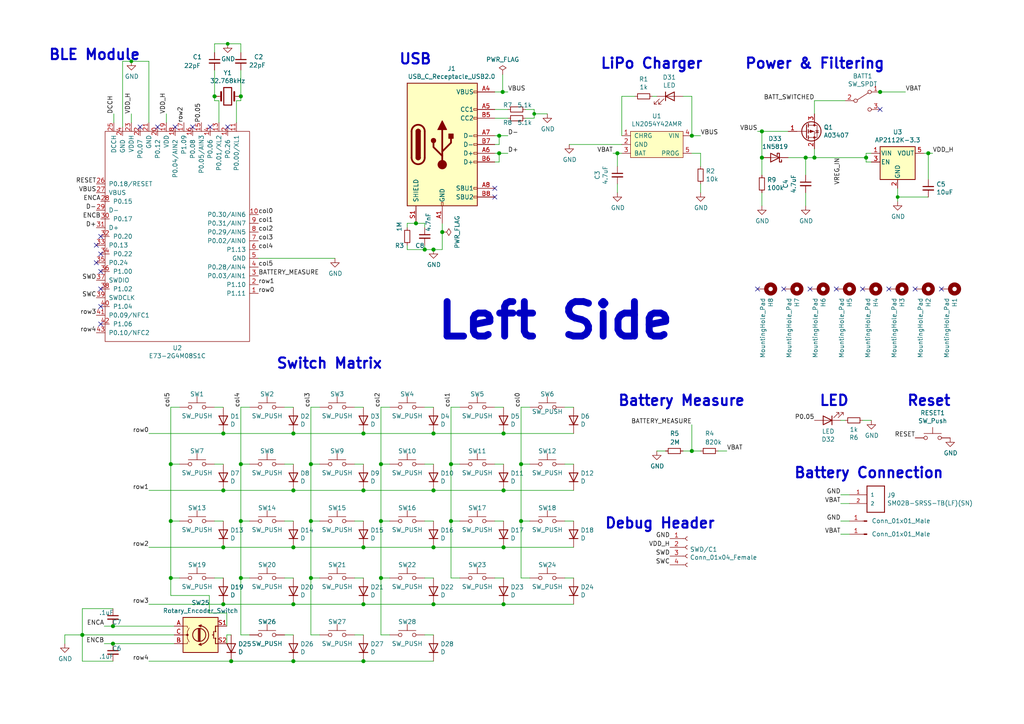
<source format=kicad_sch>
(kicad_sch (version 20201015) (generator eeschema)
  (paper "A4")
  (title_block (title "SP56") (date "2021-02-27") (rev "1") (company "CO Boards") (comment 1 "github.com/ericrlau"))
  (junction (at 23.876 184.15) (diameter 1.016))
  (junction (at 32.766 181.61) (diameter 1.016))
  (junction (at 32.766 186.69) (diameter 1.016))
  (junction (at 38.1 17.78) (diameter 0.9144))
  (junction (at 49.53 134.62) (diameter 1.016))
  (junction (at 49.53 151.13) (diameter 1.016))
  (junction (at 49.53 167.64) (diameter 1.016))
  (junction (at 62.23 27.94) (diameter 1.016))
  (junction (at 64.77 125.73) (diameter 1.016))
  (junction (at 64.77 142.24) (diameter 1.016))
  (junction (at 64.77 158.75) (diameter 1.016))
  (junction (at 64.77 175.26) (diameter 1.016))
  (junction (at 66.04 12.7) (diameter 0.9144))
  (junction (at 67.056 191.77) (diameter 1.016))
  (junction (at 69.85 27.94) (diameter 1.016))
  (junction (at 69.85 134.62) (diameter 1.016))
  (junction (at 69.85 151.13) (diameter 1.016))
  (junction (at 69.85 167.64) (diameter 1.016))
  (junction (at 85.09 125.73) (diameter 1.016))
  (junction (at 85.09 142.24) (diameter 1.016))
  (junction (at 85.09 158.75) (diameter 1.016))
  (junction (at 85.09 175.26) (diameter 1.016))
  (junction (at 85.09 191.77) (diameter 1.016))
  (junction (at 90.17 134.62) (diameter 1.016))
  (junction (at 90.17 151.13) (diameter 1.016))
  (junction (at 90.17 167.64) (diameter 1.016))
  (junction (at 105.41 125.73) (diameter 1.016))
  (junction (at 105.41 142.24) (diameter 1.016))
  (junction (at 105.41 158.75) (diameter 1.016))
  (junction (at 105.41 175.26) (diameter 1.016))
  (junction (at 105.41 191.77) (diameter 1.016))
  (junction (at 110.49 134.62) (diameter 1.016))
  (junction (at 110.49 151.13) (diameter 1.016))
  (junction (at 110.49 167.64) (diameter 1.016))
  (junction (at 120.65 64.77) (diameter 1.016))
  (junction (at 123.19 72.39) (diameter 1.016))
  (junction (at 125.73 72.39) (diameter 1.016))
  (junction (at 125.73 125.73) (diameter 1.016))
  (junction (at 125.73 142.24) (diameter 1.016))
  (junction (at 125.73 158.75) (diameter 1.016))
  (junction (at 125.73 175.26) (diameter 1.016))
  (junction (at 128.27 67.31) (diameter 1.016))
  (junction (at 130.81 134.62) (diameter 1.016))
  (junction (at 130.81 151.13) (diameter 1.016))
  (junction (at 144.78 39.37) (diameter 1.016))
  (junction (at 144.78 44.45) (diameter 1.016))
  (junction (at 145.796 26.67) (diameter 1.016))
  (junction (at 146.05 125.73) (diameter 1.016))
  (junction (at 146.05 142.24) (diameter 1.016))
  (junction (at 146.05 158.75) (diameter 1.016))
  (junction (at 146.05 175.26) (diameter 1.016))
  (junction (at 151.13 134.62) (diameter 1.016))
  (junction (at 151.13 151.13) (diameter 1.016))
  (junction (at 154.94 33.02) (diameter 0.9144))
  (junction (at 179.07 44.45) (diameter 1.016))
  (junction (at 200.66 39.37) (diameter 1.016))
  (junction (at 200.66 130.81) (diameter 1.016))
  (junction (at 220.98 38.1) (diameter 1.016))
  (junction (at 220.98 45.72) (diameter 1.016))
  (junction (at 233.68 45.72) (diameter 1.016))
  (junction (at 236.22 45.72) (diameter 1.016))
  (junction (at 251.206 45.72) (diameter 1.016))
  (junction (at 255.27 26.67) (diameter 1.016))
  (junction (at 260.35 57.15) (diameter 0.9144))
  (junction (at 269.24 44.45) (diameter 1.016))
  (no_connect (at 27.94 71.12))
  (no_connect (at 27.94 76.2))
  (no_connect (at 29.21 68.58))
  (no_connect (at 29.21 73.66))
  (no_connect (at 29.21 78.74))
  (no_connect (at 29.21 83.82))
  (no_connect (at 29.21 88.9))
  (no_connect (at 29.21 93.98))
  (no_connect (at 40.64 36.83))
  (no_connect (at 45.72 36.83))
  (no_connect (at 50.8 36.83))
  (no_connect (at 55.88 36.83))
  (no_connect (at 60.96 36.83))
  (no_connect (at 66.04 36.83))
  (no_connect (at 143.51 54.61))
  (no_connect (at 143.51 57.15))
  (no_connect (at 219.71 83.82))
  (no_connect (at 227.33 83.82))
  (no_connect (at 234.95 83.82))
  (no_connect (at 242.57 83.82))
  (no_connect (at 250.19 83.82))
  (no_connect (at 255.27 31.75))
  (no_connect (at 257.81 83.82))
  (no_connect (at 265.43 83.82))
  (no_connect (at 273.05 83.82))
  (wire (pts (xy 18.796 184.15) (xy 18.796 186.69)))
  (wire (pts (xy 18.796 184.15) (xy 23.876 184.15)))
  (wire (pts (xy 23.876 176.53) (xy 23.876 184.15)))
  (wire (pts (xy 23.876 184.15) (xy 50.546 184.15)))
  (wire (pts (xy 23.876 191.77) (xy 23.876 184.15)))
  (wire (pts (xy 30.226 181.61) (xy 32.766 181.61)))
  (wire (pts (xy 30.226 186.69) (xy 32.766 186.69)))
  (wire (pts (xy 32.766 176.53) (xy 23.876 176.53)))
  (wire (pts (xy 32.766 181.61) (xy 50.546 181.61)))
  (wire (pts (xy 32.766 186.69) (xy 50.546 186.69)))
  (wire (pts (xy 32.766 191.77) (xy 23.876 191.77)))
  (wire (pts (xy 33.02 35.56) (xy 33.02 33.02)))
  (wire (pts (xy 35.56 17.78) (xy 38.1 17.78)))
  (wire (pts (xy 35.56 36.83) (xy 35.56 17.78)))
  (wire (pts (xy 38.1 17.78) (xy 43.18 17.78)))
  (wire (pts (xy 38.1 35.56) (xy 38.1 33.02)))
  (wire (pts (xy 43.18 35.56) (xy 43.18 17.78)))
  (wire (pts (xy 43.18 191.77) (xy 67.056 191.77)))
  (wire (pts (xy 48.26 35.56) (xy 48.26 33.02)))
  (wire (pts (xy 49.53 118.11) (xy 49.53 134.62)))
  (wire (pts (xy 49.53 118.11) (xy 52.07 118.11)))
  (wire (pts (xy 49.53 134.62) (xy 49.53 151.13)))
  (wire (pts (xy 49.53 134.62) (xy 52.07 134.62)))
  (wire (pts (xy 49.53 151.13) (xy 49.53 167.64)))
  (wire (pts (xy 49.53 151.13) (xy 52.07 151.13)))
  (wire (pts (xy 49.53 167.64) (xy 49.53 172.72)))
  (wire (pts (xy 49.53 167.64) (xy 52.07 167.64)))
  (wire (pts (xy 49.53 172.72) (xy 60.706 172.72)))
  (wire (pts (xy 60.706 172.72) (xy 60.706 177.8)))
  (wire (pts (xy 60.706 177.8) (xy 65.786 177.8)))
  (wire (pts (xy 62.23 12.7) (xy 66.04 12.7)))
  (wire (pts (xy 62.23 15.24) (xy 62.23 12.7)))
  (wire (pts (xy 62.23 20.32) (xy 62.23 27.94)))
  (wire (pts (xy 62.23 29.21) (xy 62.23 27.94)))
  (wire (pts (xy 62.23 118.11) (xy 64.77 118.11)))
  (wire (pts (xy 62.23 134.62) (xy 64.77 134.62)))
  (wire (pts (xy 62.23 151.13) (xy 64.77 151.13)))
  (wire (pts (xy 62.23 167.64) (xy 64.77 167.64)))
  (wire (pts (xy 63.5 29.21) (xy 62.23 29.21)))
  (wire (pts (xy 63.5 35.56) (xy 63.5 29.21)))
  (wire (pts (xy 64.77 125.73) (xy 43.18 125.73)))
  (wire (pts (xy 64.77 142.24) (xy 43.18 142.24)))
  (wire (pts (xy 64.77 158.75) (xy 43.18 158.75)))
  (wire (pts (xy 64.77 175.26) (xy 43.18 175.26)))
  (wire (pts (xy 65.786 181.61) (xy 65.786 177.8)))
  (wire (pts (xy 65.786 184.15) (xy 67.056 184.15)))
  (wire (pts (xy 65.786 186.69) (xy 65.786 184.15)))
  (wire (pts (xy 66.04 12.7) (xy 69.85 12.7)))
  (wire (pts (xy 67.056 191.77) (xy 85.09 191.77)))
  (wire (pts (xy 68.58 29.21) (xy 69.85 29.21)))
  (wire (pts (xy 68.58 35.56) (xy 68.58 29.21)))
  (wire (pts (xy 69.85 12.7) (xy 69.85 15.24)))
  (wire (pts (xy 69.85 20.32) (xy 69.85 27.94)))
  (wire (pts (xy 69.85 29.21) (xy 69.85 27.94)))
  (wire (pts (xy 69.85 118.11) (xy 69.85 134.62)))
  (wire (pts (xy 69.85 118.11) (xy 72.39 118.11)))
  (wire (pts (xy 69.85 134.62) (xy 69.85 151.13)))
  (wire (pts (xy 69.85 134.62) (xy 72.39 134.62)))
  (wire (pts (xy 69.85 151.13) (xy 69.85 167.64)))
  (wire (pts (xy 69.85 151.13) (xy 72.39 151.13)))
  (wire (pts (xy 69.85 167.64) (xy 69.85 184.15)))
  (wire (pts (xy 69.85 167.64) (xy 72.39 167.64)))
  (wire (pts (xy 69.85 184.15) (xy 72.39 184.15)))
  (wire (pts (xy 74.93 74.93) (xy 97.155 74.93)))
  (wire (pts (xy 82.55 118.11) (xy 85.09 118.11)))
  (wire (pts (xy 82.55 134.62) (xy 85.09 134.62)))
  (wire (pts (xy 82.55 151.13) (xy 85.09 151.13)))
  (wire (pts (xy 82.55 167.64) (xy 85.09 167.64)))
  (wire (pts (xy 82.55 184.15) (xy 85.09 184.15)))
  (wire (pts (xy 85.09 125.73) (xy 64.77 125.73)))
  (wire (pts (xy 85.09 125.73) (xy 105.41 125.73)))
  (wire (pts (xy 85.09 142.24) (xy 64.77 142.24)))
  (wire (pts (xy 85.09 142.24) (xy 105.41 142.24)))
  (wire (pts (xy 85.09 158.75) (xy 64.77 158.75)))
  (wire (pts (xy 85.09 158.75) (xy 105.41 158.75)))
  (wire (pts (xy 85.09 175.26) (xy 64.77 175.26)))
  (wire (pts (xy 85.09 175.26) (xy 105.41 175.26)))
  (wire (pts (xy 85.09 191.77) (xy 105.41 191.77)))
  (wire (pts (xy 90.17 118.11) (xy 90.17 134.62)))
  (wire (pts (xy 90.17 118.11) (xy 92.71 118.11)))
  (wire (pts (xy 90.17 134.62) (xy 90.17 151.13)))
  (wire (pts (xy 90.17 134.62) (xy 92.71 134.62)))
  (wire (pts (xy 90.17 151.13) (xy 90.17 167.64)))
  (wire (pts (xy 90.17 151.13) (xy 92.71 151.13)))
  (wire (pts (xy 90.17 167.64) (xy 90.17 184.15)))
  (wire (pts (xy 90.17 167.64) (xy 92.71 167.64)))
  (wire (pts (xy 90.17 184.15) (xy 92.71 184.15)))
  (wire (pts (xy 102.87 118.11) (xy 105.41 118.11)))
  (wire (pts (xy 102.87 134.62) (xy 105.41 134.62)))
  (wire (pts (xy 102.87 151.13) (xy 105.41 151.13)))
  (wire (pts (xy 102.87 167.64) (xy 105.41 167.64)))
  (wire (pts (xy 102.87 184.15) (xy 105.41 184.15)))
  (wire (pts (xy 105.41 125.73) (xy 125.73 125.73)))
  (wire (pts (xy 105.41 142.24) (xy 125.73 142.24)))
  (wire (pts (xy 105.41 158.75) (xy 125.73 158.75)))
  (wire (pts (xy 105.41 175.26) (xy 125.73 175.26)))
  (wire (pts (xy 105.41 191.77) (xy 125.73 191.77)))
  (wire (pts (xy 110.49 118.11) (xy 110.49 134.62)))
  (wire (pts (xy 110.49 118.11) (xy 113.03 118.11)))
  (wire (pts (xy 110.49 134.62) (xy 110.49 151.13)))
  (wire (pts (xy 110.49 134.62) (xy 113.03 134.62)))
  (wire (pts (xy 110.49 151.13) (xy 110.49 167.64)))
  (wire (pts (xy 110.49 151.13) (xy 113.03 151.13)))
  (wire (pts (xy 110.49 167.64) (xy 110.49 184.15)))
  (wire (pts (xy 110.49 167.64) (xy 113.03 167.64)))
  (wire (pts (xy 110.49 184.15) (xy 113.03 184.15)))
  (wire (pts (xy 118.11 64.77) (xy 120.65 64.77)))
  (wire (pts (xy 118.11 66.04) (xy 118.11 64.77)))
  (wire (pts (xy 118.11 71.12) (xy 118.11 72.39)))
  (wire (pts (xy 118.11 72.39) (xy 123.19 72.39)))
  (wire (pts (xy 123.19 64.77) (xy 120.65 64.77)))
  (wire (pts (xy 123.19 66.04) (xy 123.19 64.77)))
  (wire (pts (xy 123.19 71.12) (xy 123.19 72.39)))
  (wire (pts (xy 123.19 72.39) (xy 125.73 72.39)))
  (wire (pts (xy 123.19 118.11) (xy 125.73 118.11)))
  (wire (pts (xy 123.19 134.62) (xy 125.73 134.62)))
  (wire (pts (xy 123.19 151.13) (xy 125.73 151.13)))
  (wire (pts (xy 123.19 167.64) (xy 125.73 167.64)))
  (wire (pts (xy 123.19 184.15) (xy 125.73 184.15)))
  (wire (pts (xy 125.73 72.39) (xy 128.27 72.39)))
  (wire (pts (xy 125.73 142.24) (xy 146.05 142.24)))
  (wire (pts (xy 125.73 158.75) (xy 146.05 158.75)))
  (wire (pts (xy 125.73 175.26) (xy 146.05 175.26)))
  (wire (pts (xy 128.27 67.31) (xy 128.27 64.77)))
  (wire (pts (xy 128.27 67.31) (xy 128.27 72.39)))
  (wire (pts (xy 130.81 118.11) (xy 130.81 134.62)))
  (wire (pts (xy 130.81 118.11) (xy 133.35 118.11)))
  (wire (pts (xy 130.81 134.62) (xy 130.81 151.13)))
  (wire (pts (xy 130.81 134.62) (xy 133.35 134.62)))
  (wire (pts (xy 130.81 151.13) (xy 130.81 167.64)))
  (wire (pts (xy 130.81 151.13) (xy 133.35 151.13)))
  (wire (pts (xy 130.81 167.64) (xy 133.35 167.64)))
  (wire (pts (xy 143.51 39.37) (xy 144.78 39.37)))
  (wire (pts (xy 143.51 41.91) (xy 144.78 41.91)))
  (wire (pts (xy 143.51 44.45) (xy 144.78 44.45)))
  (wire (pts (xy 143.51 46.99) (xy 144.78 46.99)))
  (wire (pts (xy 143.51 118.11) (xy 146.05 118.11)))
  (wire (pts (xy 143.51 134.62) (xy 146.05 134.62)))
  (wire (pts (xy 143.51 151.13) (xy 146.05 151.13)))
  (wire (pts (xy 143.51 167.64) (xy 146.05 167.64)))
  (wire (pts (xy 144.78 39.37) (xy 147.32 39.37)))
  (wire (pts (xy 144.78 41.91) (xy 144.78 39.37)))
  (wire (pts (xy 144.78 44.45) (xy 147.32 44.45)))
  (wire (pts (xy 144.78 46.99) (xy 144.78 44.45)))
  (wire (pts (xy 145.796 21.59) (xy 145.796 26.67)))
  (wire (pts (xy 145.796 26.67) (xy 143.51 26.67)))
  (wire (pts (xy 146.05 125.73) (xy 125.73 125.73)))
  (wire (pts (xy 146.05 125.73) (xy 166.37 125.73)))
  (wire (pts (xy 146.05 142.24) (xy 166.37 142.24)))
  (wire (pts (xy 146.05 158.75) (xy 166.37 158.75)))
  (wire (pts (xy 146.05 175.26) (xy 166.37 175.26)))
  (wire (pts (xy 147.32 26.67) (xy 145.796 26.67)))
  (wire (pts (xy 147.32 31.75) (xy 143.51 31.75)))
  (wire (pts (xy 147.32 34.29) (xy 143.51 34.29)))
  (wire (pts (xy 151.13 118.11) (xy 151.13 134.62)))
  (wire (pts (xy 151.13 118.11) (xy 153.67 118.11)))
  (wire (pts (xy 151.13 134.62) (xy 151.13 151.13)))
  (wire (pts (xy 151.13 134.62) (xy 153.67 134.62)))
  (wire (pts (xy 151.13 151.13) (xy 151.13 167.64)))
  (wire (pts (xy 151.13 151.13) (xy 153.67 151.13)))
  (wire (pts (xy 151.13 167.64) (xy 153.67 167.64)))
  (wire (pts (xy 152.4 31.75) (xy 154.94 31.75)))
  (wire (pts (xy 152.4 34.29) (xy 154.94 34.29)))
  (wire (pts (xy 154.94 31.75) (xy 154.94 33.02)))
  (wire (pts (xy 154.94 33.02) (xy 158.75 33.02)))
  (wire (pts (xy 154.94 34.29) (xy 154.94 33.02)))
  (wire (pts (xy 163.83 118.11) (xy 166.37 118.11)))
  (wire (pts (xy 163.83 134.62) (xy 166.37 134.62)))
  (wire (pts (xy 163.83 151.13) (xy 166.37 151.13)))
  (wire (pts (xy 163.83 167.64) (xy 166.37 167.64)))
  (wire (pts (xy 165.1 41.91) (xy 180.34 41.91)))
  (wire (pts (xy 179.07 44.45) (xy 177.8 44.45)))
  (wire (pts (xy 179.07 44.45) (xy 179.07 48.26)))
  (wire (pts (xy 179.07 53.34) (xy 179.07 55.88)))
  (wire (pts (xy 180.34 27.94) (xy 180.34 39.37)))
  (wire (pts (xy 180.34 44.45) (xy 179.07 44.45)))
  (wire (pts (xy 184.15 27.94) (xy 180.34 27.94)))
  (wire (pts (xy 190.5 27.94) (xy 189.23 27.94)))
  (wire (pts (xy 193.04 130.81) (xy 190.5 130.81)))
  (wire (pts (xy 200.66 27.94) (xy 198.12 27.94)))
  (wire (pts (xy 200.66 39.37) (xy 200.66 27.94)))
  (wire (pts (xy 200.66 44.45) (xy 203.2 44.45)))
  (wire (pts (xy 200.66 123.19) (xy 200.66 130.81)))
  (wire (pts (xy 200.66 130.81) (xy 198.12 130.81)))
  (wire (pts (xy 203.2 39.37) (xy 200.66 39.37)))
  (wire (pts (xy 203.2 44.45) (xy 203.2 48.26)))
  (wire (pts (xy 203.2 53.34) (xy 203.2 55.88)))
  (wire (pts (xy 203.2 130.81) (xy 200.66 130.81)))
  (wire (pts (xy 210.82 130.81) (xy 208.28 130.81)))
  (wire (pts (xy 219.71 38.1) (xy 220.98 38.1)))
  (wire (pts (xy 220.98 38.1) (xy 220.98 45.72)))
  (wire (pts (xy 220.98 38.1) (xy 228.6 38.1)))
  (wire (pts (xy 220.98 50.8) (xy 220.98 45.72)))
  (wire (pts (xy 220.98 55.88) (xy 220.98 59.69)))
  (wire (pts (xy 228.6 45.72) (xy 233.68 45.72)))
  (wire (pts (xy 233.68 45.72) (xy 236.22 45.72)))
  (wire (pts (xy 233.68 50.8) (xy 233.68 45.72)))
  (wire (pts (xy 233.68 55.88) (xy 233.68 59.69)))
  (wire (pts (xy 236.22 29.21) (xy 236.22 33.02)))
  (wire (pts (xy 236.22 43.18) (xy 236.22 45.72)))
  (wire (pts (xy 236.22 45.72) (xy 251.206 45.72)))
  (wire (pts (xy 243.84 121.92) (xy 245.11 121.92)))
  (wire (pts (xy 243.84 143.51) (xy 246.38 143.51)))
  (wire (pts (xy 243.84 146.05) (xy 246.38 146.05)))
  (wire (pts (xy 243.84 151.13) (xy 246.38 151.13)))
  (wire (pts (xy 243.84 154.94) (xy 246.38 154.94)))
  (wire (pts (xy 245.11 29.21) (xy 236.22 29.21)))
  (wire (pts (xy 250.19 121.92) (xy 252.73 121.92)))
  (wire (pts (xy 251.206 44.45) (xy 252.73 44.45)))
  (wire (pts (xy 251.206 45.72) (xy 251.206 44.45)))
  (wire (pts (xy 251.206 45.72) (xy 251.206 46.99)))
  (wire (pts (xy 251.206 46.99) (xy 252.73 46.99)))
  (wire (pts (xy 255.016 26.67) (xy 255.27 26.67)))
  (wire (pts (xy 255.27 26.67) (xy 262.636 26.67)))
  (wire (pts (xy 260.35 54.61) (xy 260.35 57.15)))
  (wire (pts (xy 260.35 57.15) (xy 260.35 58.42)))
  (wire (pts (xy 267.97 44.45) (xy 269.24 44.45)))
  (wire (pts (xy 269.24 44.45) (xy 270.51 44.45)))
  (wire (pts (xy 269.24 52.07) (xy 269.24 44.45)))
  (wire (pts (xy 269.24 57.15) (xy 260.35 57.15)))
  (text "BLE Module" (at 13.97 17.78 0) (effects (font (size 2.9972 2.9972) (thickness 0.5994) bold) (justify left bottom)))
  (text "Switch Matrix" (at 80.01 107.315 0) (effects (font (size 2.9972 2.9972) (thickness 0.5994) bold) (justify left bottom)))
  (text "USB" (at 115.57 19.05 0) (effects (font (size 2.9972 2.9972) (thickness 0.5994) bold) (justify left bottom)))
  (text "Left Side" (at 125.984 99.06 0) (effects (font (size 10.008 10.008) (thickness 2.0016) bold) (justify left bottom)))
  (text "LiPo Charger" (at 173.99 20.32 0) (effects (font (size 2.9972 2.9972) (thickness 0.5994) bold) (justify left bottom)))
  (text "Debug Header" (at 175.26 153.67 0) (effects (font (size 2.9972 2.9972) (thickness 0.5994) bold) (justify left bottom)))
  (text "Battery Measure" (at 179.07 118.11 0) (effects (font (size 2.9972 2.9972) (thickness 0.5994) bold) (justify left bottom)))
  (text "Power & Filtering" (at 215.9 20.32 0) (effects (font (size 2.9972 2.9972) (thickness 0.5994) bold) (justify left bottom)))
  (text "Battery Connection" (at 230.124 139.065 0) (effects (font (size 2.9972 2.9972) (thickness 0.5994) bold) (justify left bottom)))
  (text "LED" (at 237.49 118.11 0) (effects (font (size 2.997 2.997) (thickness 0.5994) bold) (justify left bottom)))
  (text "Reset" (at 262.89 118.11 0) (effects (font (size 2.9972 2.9972) (thickness 0.5994) bold) (justify left bottom)))
  (label "RESET" (at 27.94 53.34 180))
  (label "VBUS" (at 27.94 55.88 180))
  (label "D-" (at 27.94 60.96 180))
  (label "D+" (at 27.94 66.04 180))
  (label "SWD" (at 27.94 81.28 180))
  (label "SWC" (at 27.94 86.36 180))
  (label "row3" (at 27.94 91.44 180))
  (label "row4" (at 27.94 96.52 180))
  (label "ENCA" (at 29.21 58.42 180))
  (label "ENCB" (at 29.21 63.5 180))
  (label "ENCA" (at 30.226 181.61 180))
  (label "ENCB" (at 30.226 186.69 180))
  (label "DCCH" (at 33.02 33.02 90))
  (label "VDD_H" (at 38.1 33.02 90))
  (label "row0" (at 43.18 125.73 180))
  (label "row1" (at 43.18 142.24 180))
  (label "row2" (at 43.18 158.75 180))
  (label "row3" (at 43.18 175.26 180))
  (label "row4" (at 43.18 191.77 180))
  (label "VDD_H" (at 48.26 33.02 90))
  (label "col5" (at 49.53 118.11 90))
  (label "row2" (at 53.34 35.56 90))
  (label "P0.05" (at 58.42 35.56 90))
  (label "col4" (at 69.85 118.11 90))
  (label "col0" (at 74.93 62.23 0))
  (label "col1" (at 74.93 64.77 0))
  (label "col2" (at 74.93 67.31 0))
  (label "col3" (at 74.93 69.85 0))
  (label "col4" (at 74.93 72.39 0))
  (label "col5" (at 74.93 77.47 0))
  (label "BATTERY_MEASURE" (at 74.93 80.01 0))
  (label "row1" (at 74.93 82.55 0))
  (label "row0" (at 74.93 85.09 0))
  (label "col3" (at 90.17 118.11 90))
  (label "col2" (at 110.49 118.11 90))
  (label "col1" (at 130.81 118.11 90))
  (label "VBUS" (at 147.32 26.67 0))
  (label "D-" (at 147.32 39.37 0))
  (label "D+" (at 147.32 44.45 0))
  (label "col0" (at 151.13 118.11 90))
  (label "VBAT" (at 177.8 44.45 180))
  (label "GND" (at 194.31 156.21 180))
  (label "VDD_H" (at 194.31 158.75 180))
  (label "SWD" (at 194.31 161.29 180))
  (label "SWC" (at 194.31 163.83 180))
  (label "BATTERY_MEASURE" (at 200.66 123.19 180))
  (label "VBUS" (at 203.2 39.37 0))
  (label "VBAT" (at 210.82 130.81 0))
  (label "VBUS" (at 219.71 38.1 180))
  (label "BATT_SWITCHED" (at 236.22 29.21 180))
  (label "P0.05" (at 236.22 121.92 180))
  (label "VREG_IN" (at 243.84 45.72 270))
  (label "GND" (at 243.84 143.51 180))
  (label "VBAT" (at 243.84 146.05 180))
  (label "GND" (at 243.84 151.13 180))
  (label "VBAT" (at 243.84 154.94 180))
  (label "VBAT" (at 262.636 26.67 0))
  (label "RESET" (at 265.43 127 180))
  (label "VDD_H" (at 270.51 44.45 0))
  (symbol (lib_id "power:PWR_FLAG") (at 128.27 67.31 270) (unit 1)
    (property "Reference" "#FLG0101" (effects hide))
    (property "Value" "PWR_FLAG" (at 132.5944 67.31 0))
  )
  (symbol (lib_id "power:PWR_FLAG") (at 145.796 21.59 0) (unit 1)
    (property "Reference" "#FLG0102" (effects hide))
    (property "Value" "PWR_FLAG" (at 145.796 17.2656 0))
  )
  (symbol (lib_id "power:GND") (at 18.796 186.69 0) (unit 1)
    (property "Reference" "#PWR01" (effects hide))
    (property "Value" "GND" (at 18.923 191.0842 0))
  )
  (symbol (lib_id "power:GND") (at 38.1 17.78 0) (unit 1)
    (property "Reference" "#PWR02" (effects hide))
    (property "Value" "GND" (at 38.227 22.1742 0))
  )
  (symbol (lib_id "power:GND") (at 66.04 12.7 0) (unit 1)
    (property "Reference" "#PWR04" (effects hide))
    (property "Value" "GND" (at 66.167 17.0942 0))
  )
  (symbol (lib_id "power:GND") (at 97.155 74.93 0) (unit 1)
    (property "Reference" "#PWR06" (effects hide))
    (property "Value" "GND" (at 97.282 79.3242 0))
  )
  (symbol (lib_id "power:GND") (at 125.73 72.39 0) (unit 1)
    (property "Reference" "#PWR05" (effects hide))
    (property "Value" "GND" (at 125.857 76.7842 0))
  )
  (symbol (lib_id "power:GND") (at 158.75 33.02 0) (unit 1)
    (property "Reference" "#PWR011" (effects hide))
    (property "Value" "GND" (at 158.877 37.4142 0))
  )
  (symbol (lib_id "power:GND") (at 165.1 41.91 0) (unit 1)
    (property "Reference" "#PWR09" (effects hide))
    (property "Value" "GND" (at 165.227 46.3042 0))
  )
  (symbol (lib_id "power:GND") (at 179.07 55.88 0) (unit 1)
    (property "Reference" "#PWR012" (effects hide))
    (property "Value" "GND" (at 179.197 60.2742 0))
  )
  (symbol (lib_id "power:GND") (at 190.5 130.81 0) (unit 1)
    (property "Reference" "#PWR03" (effects hide))
    (property "Value" "GND" (at 190.627 135.2042 0))
  )
  (symbol (lib_id "power:GND") (at 203.2 55.88 0) (unit 1)
    (property "Reference" "#PWR014" (effects hide))
    (property "Value" "GND" (at 203.327 60.2742 0))
  )
  (symbol (lib_id "power:GND") (at 220.98 59.69 0) (unit 1)
    (property "Reference" "#PWR010" (effects hide))
    (property "Value" "GND" (at 221.107 64.0842 0))
  )
  (symbol (lib_id "power:GND") (at 233.68 59.69 0) (unit 1)
    (property "Reference" "#PWR013" (effects hide))
    (property "Value" "GND" (at 233.807 64.0842 0))
  )
  (symbol (lib_id "power:GND") (at 252.73 121.92 0) (unit 1)
    (property "Reference" "#PWR08" (effects hide))
    (property "Value" "GND" (at 252.857 126.3142 0))
  )
  (symbol (lib_id "power:GND") (at 260.35 58.42 0) (unit 1)
    (property "Reference" "#PWR015" (effects hide))
    (property "Value" "GND" (at 260.477 62.8142 0))
  )
  (symbol (lib_id "power:GND") (at 275.59 127 0) (unit 1)
    (property "Reference" "#PWR07" (effects hide))
    (property "Value" "GND" (at 275.717 131.3942 0))
  )
  (symbol (lib_id "Device:R_Small") (at 118.11 68.58 0) (unit 1)
    (property "Reference" "R3" (at 114.5287 71.2406 0) (effects (justify left)))
    (property "Value" "1M" (at 115.799 67.189 90) (effects (justify left)))
    (property "Footprint" "Resistor_SMD:R_0603_1608Metric" (effects hide))
  )
  (symbol (lib_id "Device:R_Small") (at 149.86 31.75 90) (unit 1)
    (property "Reference" "R7" (at 148.59 30.48 90) (effects (justify left)))
    (property "Value" "5.1k" (at 154.305 30.48 90) (effects (justify left)))
    (property "Footprint" "Resistor_SMD:R_0603_1608Metric" (effects hide))
    (property "LCSC_PN" "C105580" (effects hide))
  )
  (symbol (lib_id "Device:R_Small") (at 149.86 34.29 90) (unit 1)
    (property "Reference" "R8" (at 148.59 35.56 90) (effects (justify left)))
    (property "Value" "5.1k" (at 154.305 35.56 90) (effects (justify left)))
    (property "Footprint" "Resistor_SMD:R_0603_1608Metric" (effects hide))
    (property "LCSC_PN" "C105580" (effects hide))
  )
  (symbol (lib_id "Device:R_Small") (at 186.69 27.94 270) (unit 1)
    (property "Reference" "R1" (at 186.69 22.962 90))
    (property "Value" "1k" (at 186.69 25.273 90))
    (property "Footprint" "Resistor_SMD:R_0603_1608Metric" (effects hide))
    (property "LCSC_PN" "C22548" (effects hide))
  )
  (symbol (lib_id "Device:R_Small") (at 195.58 130.81 270) (unit 1)
    (property "Reference" "R5" (at 194.31 125.73 90) (effects (justify left)))
    (property "Value" "2M" (at 194.31 128.27 90) (effects (justify left)))
    (property "Footprint" "Resistor_SMD:R_0603_1608Metric" (effects hide))
    (property "LCSC_PN" "C177282" (effects hide))
  )
  (symbol (lib_id "Device:R_Small") (at 203.2 50.8 0) (unit 1)
    (property "Reference" "R2" (at 204.6986 49.6316 0) (effects (justify left)))
    (property "Value" "10k" (at 204.6986 51.943 0) (effects (justify left)))
    (property "Footprint" "Resistor_SMD:R_0603_1608Metric" (effects hide))
    (property "LCSC_PN" "C98220" (effects hide))
  )
  (symbol (lib_id "Device:R_Small") (at 205.74 130.81 270) (unit 1)
    (property "Reference" "R4" (at 204.47 125.73 90) (effects (justify left)))
    (property "Value" "820k" (at 204.47 128.27 90) (effects (justify left)))
    (property "Footprint" "Resistor_SMD:R_0603_1608Metric" (effects hide))
    (property "LCSC_PN" "C23252" (effects hide))
  )
  (symbol (lib_id "Device:R_Small") (at 220.98 53.34 0) (unit 1)
    (property "Reference" "R9" (at 222.4786 52.1716 0) (effects (justify left)))
    (property "Value" "100k" (at 222.4786 54.483 0) (effects (justify left)))
    (property "Footprint" "Resistor_SMD:R_0603_1608Metric" (effects hide))
    (property "LCSC_PN" "C14675" (effects hide))
  )
  (symbol (lib_id "Device:R_Small") (at 247.65 121.92 90) (unit 1)
    (property "Reference" "R6" (at 247.65 126.8984 90))
    (property "Value" "1k" (at 247.65 124.587 90))
    (property "Footprint" "Resistor_SMD:R_0603_1608Metric" (effects hide))
    (property "LCSC_PN" "C22548" (effects hide))
  )
  (symbol (lib_id "Connector:Conn_01x01_Male") (at 251.46 151.13 180) (unit 1)
    (property "Reference" "J2" (effects hide))
    (property "Value" "Conn_01x01_Male" (at 252.8063 151.0855 0) (effects (justify right)))
    (property "Footprint" "Connector_PinSocket_1.27mm:PinSocket_1x01_P1.27mm_Vertical" (effects hide))
  )
  (symbol (lib_id "Connector:Conn_01x01_Male") (at 251.46 154.94 180) (unit 1)
    (property "Reference" "J3" (effects hide))
    (property "Value" "Conn_01x01_Male" (at 252.8063 154.8955 0) (effects (justify right)))
    (property "Footprint" "Connector_PinSocket_1.27mm:PinSocket_1x01_P1.27mm_Vertical" (effects hide))
  )
  (symbol (lib_id "Device:C_Small") (at 32.766 179.07 0) (unit 1)
    (property "Reference" "C7" (at 32.5502 180.4606 0) (effects (justify left)))
    (property "Value" ".1uF" (at 28.7402 177.6793 0) (effects (justify left)))
    (property "Footprint" "Capacitor_SMD:C_0603_1608Metric" (effects hide))
  )
  (symbol (lib_id "Device:C_Small") (at 32.766 189.23 0) (unit 1)
    (property "Reference" "C6" (at 32.5502 188.0806 0) (effects (justify left)))
    (property "Value" ".1uF" (at 28.7402 190.3793 0) (effects (justify left)))
    (property "Footprint" "Capacitor_SMD:C_0603_1608Metric" (effects hide))
  )
  (symbol (lib_id "Device:C_Small") (at 62.23 17.78 0) (unit 1)
    (property "Reference" "C1" (at 55.88 16.51 0) (effects (justify left)))
    (property "Value" "22pF" (at 53.34 19.05 0) (effects (justify left)))
    (property "Footprint" "Capacitor_SMD:C_0603_1608Metric" (effects hide))
    (property "LCSC_PN" "C1653" (effects hide))
  )
  (symbol (lib_id "Device:C_Small") (at 69.85 17.78 0) (unit 1)
    (property "Reference" "C2" (at 73.66 16.51 0) (effects (justify left)))
    (property "Value" "22pF" (at 72.1868 18.923 0) (effects (justify left)))
    (property "Footprint" "Capacitor_SMD:C_0603_1608Metric" (effects hide))
    (property "LCSC_PN" "C1653" (effects hide))
  )
  (symbol (lib_id "Device:C_Small") (at 123.19 68.58 0) (unit 1)
    (property "Reference" "C8" (at 120.4342 71.2406 0) (effects (justify left)))
    (property "Value" "4.7nF" (at 124.244 67.189 90) (effects (justify left)))
    (property "Footprint" "Capacitor_SMD:C_0603_1608Metric" (effects hide))
  )
  (symbol (lib_id "Device:C_Small") (at 179.07 50.8 0) (unit 1)
    (property "Reference" "C3" (at 173.2534 50.8 90))
    (property "Value" "4.7uF" (at 175.5648 50.8 90))
    (property "Footprint" "Capacitor_SMD:C_0603_1608Metric" (effects hide))
    (property "LCSC_PN" "C19666" (effects hide))
  )
  (symbol (lib_id "Device:C_Small") (at 233.68 53.34 0) (unit 1)
    (property "Reference" "C4" (at 227.8634 53.34 90))
    (property "Value" "4.7uF" (at 230.1748 53.34 90))
    (property "Footprint" "Capacitor_SMD:C_0603_1608Metric" (effects hide))
    (property "LCSC_PN" "C19666" (effects hide))
  )
  (symbol (lib_id "Device:C_Small") (at 269.24 54.61 0) (unit 1)
    (property "Reference" "C5" (at 271.5768 53.4416 0) (effects (justify left)))
    (property "Value" "10uF" (at 271.5768 55.753 0) (effects (justify left)))
    (property "Footprint" "Capacitor_SMD:C_0603_1608Metric" (effects hide))
    (property "LCSC_PN" "C87152" (effects hide))
  )
  (symbol (lib_id "Mechanical:MountingHole_Pad") (at 222.25 83.82 270) (unit 1)
    (property "Reference" "H8" (at 223.526 86.36 0) (effects (justify left)))
    (property "Value" "MountingHole_Pad" (at 221.2277 86.3601 0) (effects (justify left)))
    (property "Footprint" "MountingHole:MountingHole_4.3mm_M4" (effects hide))
  )
  (symbol (lib_id "Mechanical:MountingHole_Pad") (at 229.87 83.82 270) (unit 1)
    (property "Reference" "H7" (at 231.146 86.36 0) (effects (justify left)))
    (property "Value" "MountingHole_Pad" (at 228.8477 86.3601 0) (effects (justify left)))
    (property "Footprint" "MountingHole:MountingHole_4.3mm_M4" (effects hide))
  )
  (symbol (lib_id "Mechanical:MountingHole_Pad") (at 237.49 83.82 270) (unit 1)
    (property "Reference" "H6" (at 238.766 86.36 0) (effects (justify left)))
    (property "Value" "MountingHole_Pad" (at 236.4677 86.3601 0) (effects (justify left)))
    (property "Footprint" "MountingHole:MountingHole_4.3mm_M4" (effects hide))
  )
  (symbol (lib_id "Mechanical:MountingHole_Pad") (at 245.11 83.82 270) (unit 1)
    (property "Reference" "H5" (at 246.386 86.36 0) (effects (justify left)))
    (property "Value" "MountingHole_Pad" (at 244.0877 86.3601 0) (effects (justify left)))
    (property "Footprint" "MountingHole:MountingHole_4.3mm_M4" (effects hide))
  )
  (symbol (lib_id "Mechanical:MountingHole_Pad") (at 252.73 83.82 270) (unit 1)
    (property "Reference" "H4" (at 254.006 86.36 0) (effects (justify left)))
    (property "Value" "MountingHole_Pad" (at 251.7077 86.3601 0) (effects (justify left)))
    (property "Footprint" "MountingHole:MountingHole_4.3mm_M4" (effects hide))
  )
  (symbol (lib_id "Mechanical:MountingHole_Pad") (at 260.35 83.82 270) (unit 1)
    (property "Reference" "H3" (at 261.626 86.36 0) (effects (justify left)))
    (property "Value" "MountingHole_Pad" (at 259.3277 86.3601 0) (effects (justify left)))
    (property "Footprint" "MountingHole:MountingHole_4.3mm_M4" (effects hide))
  )
  (symbol (lib_id "Mechanical:MountingHole_Pad") (at 267.97 83.82 270) (unit 1)
    (property "Reference" "H2" (at 269.2464 86.3601 0) (effects (justify left)))
    (property "Value" "MountingHole_Pad" (at 266.9477 86.3601 0) (effects (justify left)))
    (property "Footprint" "MountingHole:MountingHole_4.3mm_M4" (effects hide))
  )
  (symbol (lib_id "Mechanical:MountingHole_Pad") (at 275.59 83.82 270) (unit 1)
    (property "Reference" "H1" (at 276.8664 86.3601 0) (effects (justify left)))
    (property "Value" "MountingHole_Pad" (at 274.5677 86.3601 0) (effects (justify left)))
    (property "Footprint" "MountingHole:MountingHole_4.3mm_M4" (effects hide))
  )
  (symbol (lib_id "Diode:1N4148") (at 64.77 121.92 90) (unit 1)
    (property "Reference" "D1" (at 66.7766 120.7516 90) (effects (justify right)))
    (property "Value" "D" (at 66.7766 123.063 90) (effects (justify right)))
    (property "Footprint" "Diode_SMD:D_SOD-123" (effects hide))
    (property "LCSC_PN" "C402213" (effects hide))
  )
  (symbol (lib_id "Diode:1N4148") (at 64.77 138.43 90) (unit 1)
    (property "Reference" "D7" (at 66.777 137.262 90) (effects (justify right)))
    (property "Value" "D" (at 66.7766 139.573 90) (effects (justify right)))
    (property "Footprint" "Diode_SMD:D_SOD-123" (effects hide))
    (property "LCSC_PN" "C402213" (effects hide))
  )
  (symbol (lib_id "Diode:1N4148") (at 64.77 154.94 90) (unit 1)
    (property "Reference" "D13" (at 66.777 153.772 90) (effects (justify right)))
    (property "Value" "D" (at 66.7766 156.083 90) (effects (justify right)))
    (property "Footprint" "Diode_SMD:D_SOD-123" (effects hide))
    (property "LCSC_PN" "C402213" (effects hide))
  )
  (symbol (lib_id "Diode:1N4148") (at 64.77 171.45 90) (unit 1)
    (property "Reference" "D19" (at 66.777 170.282 90) (effects (justify right)))
    (property "Value" "D" (at 66.7766 172.593 90) (effects (justify right)))
    (property "Footprint" "Diode_SMD:D_SOD-123" (effects hide))
    (property "LCSC_PN" "C402213" (effects hide))
  )
  (symbol (lib_id "Diode:1N4148") (at 67.056 187.96 90) (unit 1)
    (property "Reference" "D25" (at 69.063 186.792 90) (effects (justify right)))
    (property "Value" "D" (at 69.0626 189.103 90) (effects (justify right)))
    (property "Footprint" "Diode_SMD:D_SOD-123" (effects hide))
    (property "LCSC_PN" "C402213" (effects hide))
  )
  (symbol (lib_id "Diode:1N4148") (at 85.09 121.92 90) (unit 1)
    (property "Reference" "D2" (at 87.097 120.752 90) (effects (justify right)))
    (property "Value" "D" (at 87.0966 123.063 90) (effects (justify right)))
    (property "Footprint" "Diode_SMD:D_SOD-123" (effects hide))
    (property "LCSC_PN" "C402213" (effects hide))
  )
  (symbol (lib_id "Diode:1N4148") (at 85.09 138.43 90) (unit 1)
    (property "Reference" "D8" (at 87.097 137.262 90) (effects (justify right)))
    (property "Value" "D" (at 87.0966 139.573 90) (effects (justify right)))
    (property "Footprint" "Diode_SMD:D_SOD-123" (effects hide))
    (property "LCSC_PN" "C402213" (effects hide))
  )
  (symbol (lib_id "Diode:1N4148") (at 85.09 154.94 90) (unit 1)
    (property "Reference" "D14" (at 87.097 153.772 90) (effects (justify right)))
    (property "Value" "D" (at 87.0966 156.083 90) (effects (justify right)))
    (property "Footprint" "Diode_SMD:D_SOD-123" (effects hide))
    (property "LCSC_PN" "C402213" (effects hide))
  )
  (symbol (lib_id "Diode:1N4148") (at 85.09 171.45 90) (unit 1)
    (property "Reference" "D20" (at 87.097 170.282 90) (effects (justify right)))
    (property "Value" "D" (at 87.0966 172.593 90) (effects (justify right)))
    (property "Footprint" "Diode_SMD:D_SOD-123" (effects hide))
    (property "LCSC_PN" "C402213" (effects hide))
  )
  (symbol (lib_id "Diode:1N4148") (at 85.09 187.96 90) (unit 1)
    (property "Reference" "D26" (at 87.097 186.792 90) (effects (justify right)))
    (property "Value" "D" (at 87.0966 189.103 90) (effects (justify right)))
    (property "Footprint" "Diode_SMD:D_SOD-123" (effects hide))
    (property "LCSC_PN" "C402213" (effects hide))
  )
  (symbol (lib_id "Diode:1N4148") (at 105.41 121.92 90) (unit 1)
    (property "Reference" "D3" (at 107.417 120.752 90) (effects (justify right)))
    (property "Value" "D" (at 107.4166 123.063 90) (effects (justify right)))
    (property "Footprint" "Diode_SMD:D_SOD-123" (effects hide))
    (property "LCSC_PN" "C402213" (effects hide))
  )
  (symbol (lib_id "Diode:1N4148") (at 105.41 138.43 90) (unit 1)
    (property "Reference" "D9" (at 107.417 137.262 90) (effects (justify right)))
    (property "Value" "D" (at 107.4166 139.573 90) (effects (justify right)))
    (property "Footprint" "Diode_SMD:D_SOD-123" (effects hide))
    (property "LCSC_PN" "C402213" (effects hide))
  )
  (symbol (lib_id "Diode:1N4148") (at 105.41 154.94 90) (unit 1)
    (property "Reference" "D15" (at 107.417 153.772 90) (effects (justify right)))
    (property "Value" "D" (at 107.4166 156.083 90) (effects (justify right)))
    (property "Footprint" "Diode_SMD:D_SOD-123" (effects hide))
    (property "LCSC_PN" "C402213" (effects hide))
  )
  (symbol (lib_id "Diode:1N4148") (at 105.41 171.45 90) (unit 1)
    (property "Reference" "D21" (at 107.417 170.282 90) (effects (justify right)))
    (property "Value" "D" (at 107.4166 172.593 90) (effects (justify right)))
    (property "Footprint" "Diode_SMD:D_SOD-123" (effects hide))
    (property "LCSC_PN" "C402213" (effects hide))
  )
  (symbol (lib_id "Diode:1N4148") (at 105.41 187.96 90) (unit 1)
    (property "Reference" "D27" (at 107.417 186.792 90) (effects (justify right)))
    (property "Value" "D" (at 107.4166 189.103 90) (effects (justify right)))
    (property "Footprint" "Diode_SMD:D_SOD-123" (effects hide))
    (property "LCSC_PN" "C402213" (effects hide))
  )
  (symbol (lib_id "Diode:1N4148") (at 125.73 121.92 90) (unit 1)
    (property "Reference" "D4" (at 127.737 120.752 90) (effects (justify right)))
    (property "Value" "D" (at 127.7366 123.063 90) (effects (justify right)))
    (property "Footprint" "Diode_SMD:D_SOD-123" (effects hide))
    (property "LCSC_PN" "C402213" (effects hide))
  )
  (symbol (lib_id "Diode:1N4148") (at 125.73 138.43 90) (unit 1)
    (property "Reference" "D10" (at 127.737 137.262 90) (effects (justify right)))
    (property "Value" "D" (at 127.7366 139.573 90) (effects (justify right)))
    (property "Footprint" "Diode_SMD:D_SOD-123" (effects hide))
    (property "LCSC_PN" "C402213" (effects hide))
  )
  (symbol (lib_id "Diode:1N4148") (at 125.73 154.94 90) (unit 1)
    (property "Reference" "D16" (at 127.737 153.772 90) (effects (justify right)))
    (property "Value" "D" (at 127.7366 156.083 90) (effects (justify right)))
    (property "Footprint" "Diode_SMD:D_SOD-123" (effects hide))
    (property "LCSC_PN" "C402213" (effects hide))
  )
  (symbol (lib_id "Diode:1N4148") (at 125.73 171.45 90) (unit 1)
    (property "Reference" "D22" (at 127.737 170.282 90) (effects (justify right)))
    (property "Value" "D" (at 127.7366 172.593 90) (effects (justify right)))
    (property "Footprint" "Diode_SMD:D_SOD-123" (effects hide))
    (property "LCSC_PN" "C402213" (effects hide))
  )
  (symbol (lib_id "Diode:1N4148") (at 125.73 187.96 90) (unit 1)
    (property "Reference" "D28" (at 127.737 186.792 90) (effects (justify right)))
    (property "Value" "D" (at 127.7366 189.103 90) (effects (justify right)))
    (property "Footprint" "Diode_SMD:D_SOD-123" (effects hide))
    (property "LCSC_PN" "C402213" (effects hide))
  )
  (symbol (lib_id "Diode:1N4148") (at 146.05 121.92 90) (unit 1)
    (property "Reference" "D5" (at 148.057 120.752 90) (effects (justify right)))
    (property "Value" "D" (at 148.0566 123.063 90) (effects (justify right)))
    (property "Footprint" "Diode_SMD:D_SOD-123" (effects hide))
    (property "LCSC_PN" "C402213" (effects hide))
  )
  (symbol (lib_id "Diode:1N4148") (at 146.05 138.43 90) (unit 1)
    (property "Reference" "D11" (at 148.057 137.262 90) (effects (justify right)))
    (property "Value" "D" (at 148.0566 139.573 90) (effects (justify right)))
    (property "Footprint" "Diode_SMD:D_SOD-123" (effects hide))
    (property "LCSC_PN" "C402213" (effects hide))
  )
  (symbol (lib_id "Diode:1N4148") (at 146.05 154.94 90) (unit 1)
    (property "Reference" "D17" (at 148.057 153.772 90) (effects (justify right)))
    (property "Value" "D" (at 148.0566 156.083 90) (effects (justify right)))
    (property "Footprint" "Diode_SMD:D_SOD-123" (effects hide))
    (property "LCSC_PN" "C402213" (effects hide))
  )
  (symbol (lib_id "Diode:1N4148") (at 146.05 171.45 90) (unit 1)
    (property "Reference" "D23" (at 148.057 170.282 90) (effects (justify right)))
    (property "Value" "D" (at 148.0566 172.593 90) (effects (justify right)))
    (property "Footprint" "Diode_SMD:D_SOD-123" (effects hide))
    (property "LCSC_PN" "C402213" (effects hide))
  )
  (symbol (lib_id "Diode:1N4148") (at 166.37 121.92 90) (unit 1)
    (property "Reference" "D6" (at 168.377 120.752 90) (effects (justify right)))
    (property "Value" "D" (at 168.3766 123.063 90) (effects (justify right)))
    (property "Footprint" "Diode_SMD:D_SOD-123" (effects hide))
    (property "LCSC_PN" "C402213" (effects hide))
  )
  (symbol (lib_id "Diode:1N4148") (at 166.37 138.43 90) (unit 1)
    (property "Reference" "D12" (at 168.377 137.262 90) (effects (justify right)))
    (property "Value" "D" (at 168.3766 139.573 90) (effects (justify right)))
    (property "Footprint" "Diode_SMD:D_SOD-123" (effects hide))
    (property "LCSC_PN" "C402213" (effects hide))
  )
  (symbol (lib_id "Diode:1N4148") (at 166.37 154.94 90) (unit 1)
    (property "Reference" "D18" (at 168.377 153.772 90) (effects (justify right)))
    (property "Value" "D" (at 168.3766 156.083 90) (effects (justify right)))
    (property "Footprint" "Diode_SMD:D_SOD-123" (effects hide))
    (property "LCSC_PN" "C402213" (effects hide))
  )
  (symbol (lib_id "Diode:1N4148") (at 166.37 171.45 90) (unit 1)
    (property "Reference" "D24" (at 168.377 170.282 90) (effects (justify right)))
    (property "Value" "D" (at 168.3766 172.593 90) (effects (justify right)))
    (property "Footprint" "Diode_SMD:D_SOD-123" (effects hide))
    (property "LCSC_PN" "C402213" (effects hide))
  )
  (symbol (lib_id "Diode:1N5819") (at 224.79 45.72 180) (unit 1)
    (property "Reference" "D33" (at 224.79 40.2082 0))
    (property "Value" "1N5819" (at 224.79 42.5196 0))
    (property "Footprint" "Diode_SMD:D_SOD-323_HandSoldering" (effects hide))
    (property "Datasheet" "http://www.vishay.com/docs/88525/1n5817.pdf" (effects hide))
    (property "LCSC_PN" "C489147" (effects hide))
  )
  (symbol (lib_id "Device:LED") (at 194.31 27.94 0) (unit 1)
    (property "Reference" "D31" (at 194.1322 22.4282 0))
    (property "Value" "LED" (at 194.1322 24.7396 0))
    (property "Footprint" "LED_SMD:LED_0603_1608Metric" (effects hide))
  )
  (symbol (lib_id "Device:LED") (at 240.03 121.92 180) (unit 1)
    (property "Reference" "D32" (at 240.208 127.432 0))
    (property "Value" "LED" (at 240.2078 125.1204 0))
    (property "Footprint" "LED_SMD:LED_0603_1608Metric" (effects hide))
  )
  (symbol (lib_id "Switch:SW_Push") (at 57.15 118.11 0) (unit 1)
    (property "Reference" "SW1" (at 57.15 114.3 0))
    (property "Value" "SW_PUSH" (at 57.15 120.65 0))
    (property "Footprint" "BlueSof:KailhLowProfile" (effects hide))
  )
  (symbol (lib_id "Switch:SW_Push") (at 57.15 134.62 0) (unit 1)
    (property "Reference" "SW7" (at 57.15 130.81 0))
    (property "Value" "SW_PUSH" (at 57.15 137.16 0))
    (property "Footprint" "BlueSof:KailhLowProfile" (effects hide))
  )
  (symbol (lib_id "Switch:SW_Push") (at 57.15 151.13 0) (unit 1)
    (property "Reference" "SW13" (at 57.15 147.32 0))
    (property "Value" "SW_PUSH" (at 57.15 153.67 0))
    (property "Footprint" "BlueSof:KailhLowProfile" (effects hide))
  )
  (symbol (lib_id "Switch:SW_Push") (at 57.15 167.64 0) (unit 1)
    (property "Reference" "SW19" (at 57.15 163.83 0))
    (property "Value" "SW_PUSH" (at 57.15 170.18 0))
    (property "Footprint" "BlueSof:KailhLowProfile" (effects hide))
  )
  (symbol (lib_id "Switch:SW_Push") (at 77.47 118.11 0) (unit 1)
    (property "Reference" "SW2" (at 77.47 114.3 0))
    (property "Value" "SW_PUSH" (at 77.47 120.65 0))
    (property "Footprint" "BlueSof:KailhLowProfile" (effects hide))
  )
  (symbol (lib_id "Switch:SW_Push") (at 77.47 134.62 0) (unit 1)
    (property "Reference" "SW8" (at 77.47 130.81 0))
    (property "Value" "SW_PUSH" (at 77.47 137.16 0))
    (property "Footprint" "BlueSof:KailhLowProfile" (effects hide))
  )
  (symbol (lib_id "Switch:SW_Push") (at 77.47 151.13 0) (unit 1)
    (property "Reference" "SW14" (at 77.47 147.32 0))
    (property "Value" "SW_PUSH" (at 77.47 153.67 0))
    (property "Footprint" "BlueSof:KailhLowProfile" (effects hide))
  )
  (symbol (lib_id "Switch:SW_Push") (at 77.47 167.64 0) (unit 1)
    (property "Reference" "SW20" (at 77.47 163.83 0))
    (property "Value" "SW_PUSH" (at 77.47 170.18 0))
    (property "Footprint" "BlueSof:KailhLowProfile" (effects hide))
  )
  (symbol (lib_id "Switch:SW_Push") (at 77.47 184.15 0) (unit 1)
    (property "Reference" "SW26" (at 77.47 180.34 0))
    (property "Value" "SW_PUSH" (at 77.47 186.69 0))
    (property "Footprint" "BlueSof:KailhLowProfile_1.5U" (effects hide))
  )
  (symbol (lib_id "Switch:SW_Push") (at 97.79 118.11 0) (unit 1)
    (property "Reference" "SW3" (at 97.79 114.3 0))
    (property "Value" "SW_PUSH" (at 97.79 120.65 0))
    (property "Footprint" "BlueSof:KailhLowProfile" (effects hide))
  )
  (symbol (lib_id "Switch:SW_Push") (at 97.79 134.62 0) (unit 1)
    (property "Reference" "SW9" (at 97.79 130.81 0))
    (property "Value" "SW_PUSH" (at 97.79 137.16 0))
    (property "Footprint" "BlueSof:KailhLowProfile" (effects hide))
  )
  (symbol (lib_id "Switch:SW_Push") (at 97.79 151.13 0) (unit 1)
    (property "Reference" "SW15" (at 97.79 147.32 0))
    (property "Value" "SW_PUSH" (at 97.79 153.67 0))
    (property "Footprint" "BlueSof:KailhLowProfile" (effects hide))
  )
  (symbol (lib_id "Switch:SW_Push") (at 97.79 167.64 0) (unit 1)
    (property "Reference" "SW21" (at 97.79 163.83 0))
    (property "Value" "SW_PUSH" (at 97.79 170.18 0))
    (property "Footprint" "BlueSof:KailhLowProfile" (effects hide))
  )
  (symbol (lib_id "Switch:SW_Push") (at 97.79 184.15 0) (unit 1)
    (property "Reference" "SW27" (at 97.79 180.34 0))
    (property "Value" "SW_PUSH" (at 97.79 186.69 0))
    (property "Footprint" "BlueSof:KailhLowProfile" (effects hide))
  )
  (symbol (lib_id "Switch:SW_Push") (at 118.11 118.11 0) (unit 1)
    (property "Reference" "SW4" (at 118.11 114.3 0))
    (property "Value" "SW_PUSH" (at 118.11 120.65 0))
    (property "Footprint" "BlueSof:KailhLowProfile" (effects hide))
  )
  (symbol (lib_id "Switch:SW_Push") (at 118.11 134.62 0) (unit 1)
    (property "Reference" "SW10" (at 118.11 130.81 0))
    (property "Value" "SW_PUSH" (at 118.11 137.16 0))
    (property "Footprint" "BlueSof:KailhLowProfile" (effects hide))
  )
  (symbol (lib_id "Switch:SW_Push") (at 118.11 151.13 0) (unit 1)
    (property "Reference" "SW16" (at 118.11 147.32 0))
    (property "Value" "SW_PUSH" (at 118.11 153.67 0))
    (property "Footprint" "BlueSof:KailhLowProfile" (effects hide))
  )
  (symbol (lib_id "Switch:SW_Push") (at 118.11 167.64 0) (unit 1)
    (property "Reference" "SW22" (at 118.11 163.83 0))
    (property "Value" "SW_PUSH" (at 118.11 170.18 0))
    (property "Footprint" "BlueSof:KailhLowProfile" (effects hide))
  )
  (symbol (lib_id "Switch:SW_Push") (at 118.11 184.15 0) (unit 1)
    (property "Reference" "SW28" (at 118.11 180.34 0))
    (property "Value" "SW_PUSH" (at 118.11 186.69 0))
    (property "Footprint" "BlueSof:KailhLowProfile" (effects hide))
  )
  (symbol (lib_id "Switch:SW_Push") (at 138.43 118.11 0) (unit 1)
    (property "Reference" "SW5" (at 138.43 114.3 0))
    (property "Value" "SW_PUSH" (at 138.43 120.65 0))
    (property "Footprint" "BlueSof:KailhLowProfile" (effects hide))
  )
  (symbol (lib_id "Switch:SW_Push") (at 138.43 134.62 0) (unit 1)
    (property "Reference" "SW11" (at 138.43 130.81 0))
    (property "Value" "SW_PUSH" (at 138.43 137.16 0))
    (property "Footprint" "BlueSof:KailhLowProfile" (effects hide))
  )
  (symbol (lib_id "Switch:SW_Push") (at 138.43 151.13 0) (unit 1)
    (property "Reference" "SW17" (at 138.43 147.32 0))
    (property "Value" "SW_PUSH" (at 138.43 153.67 0))
    (property "Footprint" "BlueSof:KailhLowProfile" (effects hide))
  )
  (symbol (lib_id "Switch:SW_Push") (at 138.43 167.64 0) (unit 1)
    (property "Reference" "SW23" (at 138.43 163.83 0))
    (property "Value" "SW_PUSH" (at 138.43 170.18 0))
    (property "Footprint" "BlueSof:KailhLowProfile" (effects hide))
  )
  (symbol (lib_id "Switch:SW_Push") (at 158.75 118.11 0) (unit 1)
    (property "Reference" "SW6" (at 158.75 114.3 0))
    (property "Value" "SW_PUSH" (at 158.75 119.38 0))
    (property "Footprint" "BlueSof:KailhLowProfile" (effects hide))
  )
  (symbol (lib_id "Switch:SW_Push") (at 158.75 134.62 0) (unit 1)
    (property "Reference" "SW12" (at 158.75 130.81 0))
    (property "Value" "SW_PUSH" (at 158.75 137.16 0))
    (property "Footprint" "BlueSof:KailhLowProfile" (effects hide))
  )
  (symbol (lib_id "Switch:SW_Push") (at 158.75 151.13 0) (unit 1)
    (property "Reference" "SW18" (at 158.75 147.32 0))
    (property "Value" "SW_PUSH" (at 158.75 153.67 0))
    (property "Footprint" "BlueSof:KailhLowProfile" (effects hide))
  )
  (symbol (lib_id "Switch:SW_Push") (at 158.75 167.64 0) (unit 1)
    (property "Reference" "SW24" (at 158.75 163.83 0))
    (property "Value" "SW_PUSH" (at 158.75 170.18 0))
    (property "Footprint" "BlueSof:KailhLowProfile" (effects hide))
  )
  (symbol (lib_id "Switch:SW_Push") (at 270.51 127 0) (unit 1)
    (property "Reference" "RESET1" (at 270.51 119.761 0))
    (property "Value" "SW_Push" (at 270.51 122.0724 0))
    (property "Footprint" "Button_Switch_SMD:SW_SPST_B3U-1000P" (effects hide))
    (property "LCSC_PN" "C231329" (effects hide))
  )
  (symbol (lib_id "Device:Crystal") (at 66.04 27.94 0) (unit 1)
    (property "Reference" "Y1" (at 66.04 21.1328 0))
    (property "Value" "32.768kHz" (at 66.04 23.4442 0))
    (property "Footprint" "Crystal:Crystal_SMD_MicroCrystal_CM9V-T1A-2Pin_1.6x1.0mm" (effects hide))
    (property "LCSC_PN" "C93230" (effects hide))
  )
  (symbol (lib_id "Connector:Conn_01x04_Female") (at 199.39 158.75 0) (unit 1)
    (property "Reference" "SWD/C1" (at 200.101 159.36 0) (effects (justify left)))
    (property "Value" "Conn_01x04_Female" (at 200.1012 161.671 0) (effects (justify left)))
    (property "Footprint" "Connector_PinHeader_2.54mm:PinHeader_1x04_P2.54mm_Vertical" (effects hide))
  )
  (symbol (lib_id "Switch:SW_SPDT") (at 250.19 29.21 0) (unit 1)
    (property "Reference" "BATT1" (at 250.19 22.0788 0))
    (property "Value" "SW_SPDT" (at 250.19 24.3775 0))
    (property "Footprint" "BlueSof:SW-TH_MSK12C02" (effects hide))
    (property "LCSC_PN" "C431540" (effects hide))
  )
  (symbol (lib_id "SM02B-SRSS-TB_LF__SN_:SM02B-SRSS-TB(LF)(SN)") (at 246.38 148.59 0) (unit 1)
    (property "Reference" "J9" (at 257.3021 143.6306 0) (effects (justify left)))
    (property "Value" "SM02B-SRSS-TB(LF)(SN)" (at 257.3021 145.9293 0) (effects (justify left)))
    (property "Footprint" "BlueSof:SM02B-SRSS-TB(LF)(SN)" (effects hide))
    (property "MP" "SM02B-SRSS-TB_LF__SN_" (effects hide))
    (property "AVAILABILITY" "Good" (effects hide))
    (property "PRICE" "0.23 USD" (effects hide))
    (property "DESCRIPTION" "SH Series 2 Position 1 mm Pitch Surface Mount Side Entry Shrouded Header" (effects hide))
    (property "MF" "JST" (effects hide))
    (property "PACKAGE" "None" (effects hide))
    (property "LCSC_PN" "C160402" (effects hide))
  )
  (symbol (lib_id "Device:Q_PMOS_GSD") (at 233.68 38.1 0) (unit 1)
    (property "Reference" "Q1" (at 238.887 36.9316 0) (effects (justify left)))
    (property "Value" "A03407" (at 238.887 39.243 0) (effects (justify left)))
    (property "Footprint" "Package_TO_SOT_SMD:SOT-23" (effects hide))
    (property "LCSC_PN" "C351408" (effects hide))
  )
  (symbol (lib_id "BlueSof-rescue:LN2054Y42AMR-ELLOW") (at 190.5 41.91 0) (unit 1)
    (property "Reference" "U1" (at 190.5 33.655 0))
    (property "Value" "LN2054Y42AMR" (at 190.5 35.9664 0))
    (property "Footprint" "Package_TO_SOT_SMD:SOT-23-5" (effects hide))
    (property "LCSC_PN" "C141406" (effects hide))
  )
  (symbol (lib_id "BlueSof:Rotary_Encoder_Switch-Device-SofleKeyboard-rescue") (at 58.166 184.15 0) (unit 1)
    (property "Reference" "SW25" (at 58.166 174.828 0))
    (property "Value" "Rotary_Encoder_Switch" (at 58.166 177.1396 0))
    (property "Footprint" "Rotary_Encoder:RotaryEncoder_Alps_EC11E-Switch_Vertical_H20mm" (effects hide))
  )
  (symbol (lib_id "Regulator_Linear:AP2112K-3.3") (at 260.35 46.99 0) (unit 1)
    (property "Reference" "U3" (at 260.35 38.3032 0))
    (property "Value" "AP2112K-3.3" (at 260.35 40.6146 0))
    (property "Footprint" "Package_TO_SOT_SMD:SOT-23-5" (effects hide))
    (property "Datasheet" "https://www.diodes.com/assets/Datasheets/AP2112.pdf" (effects hide))
    (property "LCSC_PN" "C51118" (effects hide))
  )
  (symbol (lib_id "Connector:USB_C_Receptacle_USB2.0") (at 128.27 41.91 0) (unit 1)
    (property "Reference" "J1" (at 130.9878 19.8882 0))
    (property "Value" "USB_C_Receptacle_USB2.0" (at 130.9878 22.1996 0))
    (property "Footprint" "BlueSof:USB-C_C168688" (effects hide))
    (property "Datasheet" "https://www.usb.org/sites/default/files/documents/usb_type-c.zip" (effects hide))
    (property "LCSC_PN" "C168688\r" (effects hide))
  )
  (symbol (lib_id "BlueSof:E73-2G4M08S1C") (at 49.53 72.39 0) (unit 1)
    (property "Reference" "U2" (at 51.435 100.9142 0))
    (property "Value" "E73-2G4M08S1C" (at 51.435 103.2256 0))
    (property "Footprint" "BlueSof:E73-2G4M08S1C-52840_SMD" (effects hide))
    (property "LCSC_PN" "C356849" (effects hide))
  )
)
</source>
